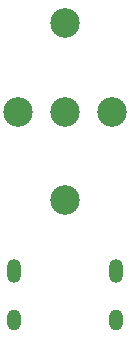
<source format=gbr>
%TF.GenerationSoftware,KiCad,Pcbnew,9.0.5-9.0.5~ubuntu25.04.1*%
%TF.CreationDate,2025-10-27T18:11:10+01:00*%
%TF.ProjectId,BladeMaster,426c6164-654d-4617-9374-65722e6b6963,rev?*%
%TF.SameCoordinates,Original*%
%TF.FileFunction,Soldermask,Top*%
%TF.FilePolarity,Negative*%
%FSLAX46Y46*%
G04 Gerber Fmt 4.6, Leading zero omitted, Abs format (unit mm)*
G04 Created by KiCad (PCBNEW 9.0.5-9.0.5~ubuntu25.04.1) date 2025-10-27 18:11:10*
%MOMM*%
%LPD*%
G01*
G04 APERTURE LIST*
%ADD10C,2.500000*%
%ADD11O,1.200000X2.000000*%
%ADD12O,1.200000X1.800000*%
G04 APERTURE END LIST*
D10*
%TO.C,J6*%
X0Y0D03*
%TD*%
%TO.C,J1*%
X0Y-7500000D03*
%TD*%
%TO.C,J5*%
X-4000000Y0D03*
%TD*%
%TO.C,J2*%
X0Y7500000D03*
%TD*%
%TO.C,J4*%
X4000000Y0D03*
%TD*%
D11*
%TO.C,J3*%
X4325121Y-13495753D03*
X-4325121Y-13495753D03*
D12*
X-4325121Y-17675585D03*
X4325121Y-17675585D03*
%TD*%
M02*

</source>
